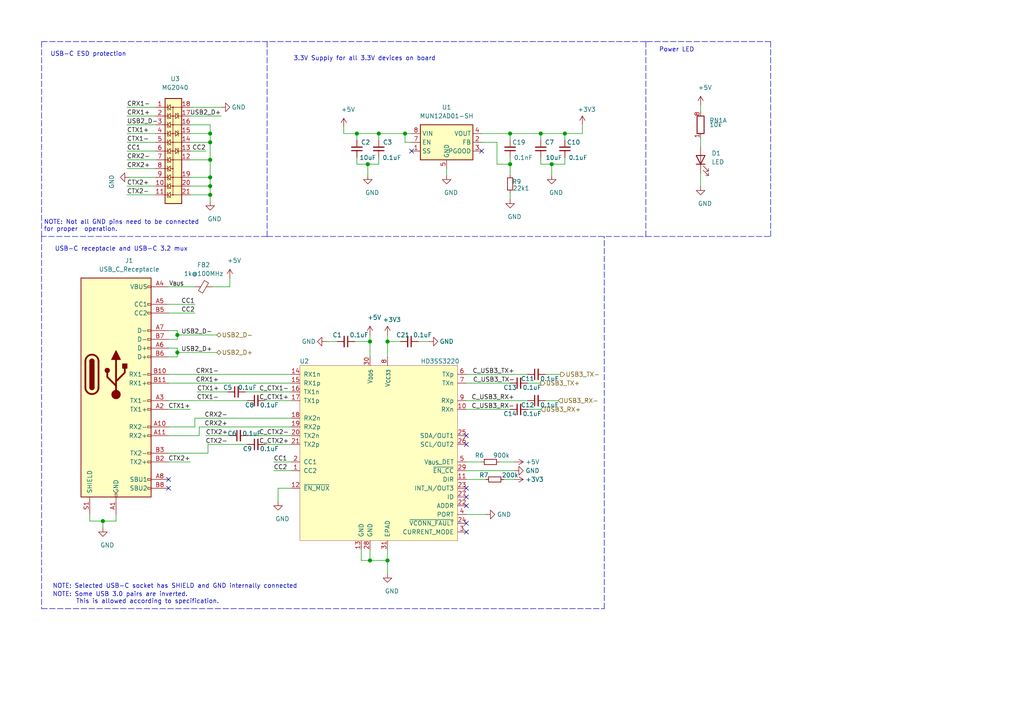
<source format=kicad_sch>
(kicad_sch (version 20201015) (generator eeschema)
  (page 1 6)
  (paper "A4")
  (lib_symbols
    (symbol "Connector:USB_C_Receptacle" (pin_names (offset 1.016))
      (property "Reference" "J" (at -10.16 29.21 0))
      (property "Value" "USB_C_Receptacle" (at 10.16 29.21 0))
      (symbol "USB_C_Receptacle_0_0"
        (rectangle (start -0.254 -35.56) (end 0.254 -34.544))
        (rectangle (start 10.16 -32.766) (end 9.144 -33.274))
        (rectangle (start 10.16 -30.226) (end 9.144 -30.734))
        (rectangle (start 10.16 -25.146) (end 9.144 -25.654))
        (rectangle (start 10.16 -22.606) (end 9.144 -23.114))
        (rectangle (start 10.16 -17.526) (end 9.144 -18.034))
        (rectangle (start 10.16 -14.986) (end 9.144 -15.494))
        (rectangle (start 10.16 -9.906) (end 9.144 -10.414))
        (rectangle (start 10.16 -7.366) (end 9.144 -7.874))
        (rectangle (start 10.16 -2.286) (end 9.144 -2.794))
        (rectangle (start 10.16 0.254) (end 9.144 -0.254))
        (rectangle (start 10.16 5.334) (end 9.144 4.826))
        (rectangle (start 10.16 7.874) (end 9.144 7.366))
        (rectangle (start 10.16 10.414) (end 9.144 9.906))
        (rectangle (start 10.16 12.954) (end 9.144 12.446))
        (rectangle (start 10.16 18.034) (end 9.144 17.526))
        (rectangle (start 10.16 20.574) (end 9.144 20.066))
        (rectangle (start 10.16 25.654) (end 9.144 25.146))
      )
      (symbol "USB_C_Receptacle_0_1"
        (arc (start -8.89 -3.81) (end -5.08 -3.81) (radius (at -6.985 -3.81) (length 1.905) (angles -179.9 -0.1)) (stroke (width 0.508)))
        (arc (start -7.62 -3.81) (end -6.35 -3.81) (radius (at -6.985 -3.81) (length 0.635) (angles -179.9 -0.1)) (stroke (width 0.254)))
        (arc (start -7.62 -3.81) (end -6.35 -3.81) (radius (at -6.985 -3.81) (length 0.635) (angles -179.9 -0.1)) (stroke (width 0.254)) (fill (type outline)))
        (arc (start -6.35 3.81) (end -7.62 3.81) (radius (at -6.985 3.81) (length 0.635) (angles 0.1 179.9)) (stroke (width 0.254)) (fill (type outline)))
        (arc (start -6.35 3.81) (end -7.62 3.81) (radius (at -6.985 3.81) (length 0.635) (angles 0.1 179.9)) (stroke (width 0.254)))
        (arc (start -5.08 3.81) (end -8.89 3.81) (radius (at -6.985 3.81) (length 1.905) (angles 0.1 179.9)) (stroke (width 0.508)))
        (rectangle (start -10.16 27.94) (end 10.16 -35.56) (stroke (width 0.254)) (fill (type background)))
        (rectangle (start -7.62 -3.81) (end -6.35 3.81) (stroke (width 0.254)) (fill (type outline)))
        (polyline (pts (xy -8.89 -3.81) (xy -8.89 3.81)) (stroke (width 0.508)))
        (polyline (pts (xy -5.08 3.81) (xy -5.08 -3.81)) (stroke (width 0.508)))
      )
      (symbol "USB_C_Receptacle_1_1"
        (circle (center -2.54 1.143) (radius 0.635) (stroke (width 0.254)) (fill (type outline)))
        (circle (center 0 -5.842) (radius 1.27) (fill (type outline)))
        (rectangle (start 1.905 1.778) (end 3.175 3.048) (stroke (width 0.254)) (fill (type outline)))
        (polyline (pts (xy 0 -5.842) (xy 0 4.318)) (stroke (width 0.508)))
        (polyline (pts (xy 0 -3.302) (xy -2.54 -0.762) (xy -2.54 0.508)) (stroke (width 0.508)))
        (polyline (pts (xy 0 -2.032) (xy 2.54 0.508) (xy 2.54 1.778)) (stroke (width 0.508)))
        (polyline (pts (xy -1.27 4.318) (xy 0 6.858) (xy 1.27 4.318) (xy -1.27 4.318)) (stroke (width 0.254)) (fill (type outline)))
        (pin passive line (at 0 -40.64 90) (length 5.08) (name "GND") (number "A1"))
        (pin bidirectional line (at 15.24 -15.24 180) (length 5.08) (name "RX2-") (number "A10"))
        (pin bidirectional line (at 15.24 -17.78 180) (length 5.08) (name "RX2+") (number "A11"))
        (pin passive line (at 0 -40.64 90) (length 5.08) hide (name "GND") (number "A12"))
        (pin bidirectional line (at 15.24 -10.16 180) (length 5.08) (name "TX1+") (number "A2"))
        (pin bidirectional line (at 15.24 -7.62 180) (length 5.08) (name "TX1-") (number "A3"))
        (pin passive line (at 15.24 25.4 180) (length 5.08) (name "VBUS") (number "A4"))
        (pin bidirectional line (at 15.24 20.32 180) (length 5.08) (name "CC1") (number "A5"))
        (pin bidirectional line (at 15.24 7.62 180) (length 5.08) (name "D+") (number "A6"))
        (pin bidirectional line (at 15.24 12.7 180) (length 5.08) (name "D-") (number "A7"))
        (pin bidirectional line (at 15.24 -30.48 180) (length 5.08) (name "SBU1") (number "A8"))
        (pin passive line (at 15.24 25.4 180) (length 5.08) hide (name "VBUS") (number "A9"))
        (pin passive line (at 0 -40.64 90) (length 5.08) hide (name "GND") (number "B1"))
        (pin bidirectional line (at 15.24 0 180) (length 5.08) (name "RX1-") (number "B10"))
        (pin bidirectional line (at 15.24 -2.54 180) (length 5.08) (name "RX1+") (number "B11"))
        (pin passive line (at 0 -40.64 90) (length 5.08) hide (name "GND") (number "B12"))
        (pin bidirectional line (at 15.24 -25.4 180) (length 5.08) (name "TX2+") (number "B2"))
        (pin bidirectional line (at 15.24 -22.86 180) (length 5.08) (name "TX2-") (number "B3"))
        (pin passive line (at 15.24 25.4 180) (length 5.08) hide (name "VBUS") (number "B4"))
        (pin bidirectional line (at 15.24 17.78 180) (length 5.08) (name "CC2") (number "B5"))
        (pin bidirectional line (at 15.24 5.08 180) (length 5.08) (name "D+") (number "B6"))
        (pin bidirectional line (at 15.24 10.16 180) (length 5.08) (name "D-") (number "B7"))
        (pin bidirectional line (at 15.24 -33.02 180) (length 5.08) (name "SBU2") (number "B8"))
        (pin passive line (at 15.24 25.4 180) (length 5.08) hide (name "VBUS") (number "B9"))
        (pin passive line (at -7.62 -40.64 90) (length 5.08) (name "SHIELD") (number "S1"))
      )
    )
    (symbol "Device:C_Small" (pin_numbers hide) (pin_names (offset 0.254) hide)
      (property "Reference" "C" (at 0.254 1.778 0))
      (property "Value" "C_Small" (at 0.254 -2.032 0))
      (symbol "C_Small_0_1"
        (polyline (pts (xy -1.524 -0.508) (xy 1.524 -0.508)) (stroke (width 0.3302)))
        (polyline (pts (xy -1.524 0.508) (xy 1.524 0.508)) (stroke (width 0.3048)))
      )
      (symbol "C_Small_1_1"
        (pin passive line (at 0 2.54 270) (length 2.032) (name "~") (number "1"))
        (pin passive line (at 0 -2.54 90) (length 2.032) (name "~") (number "2"))
      )
    )
    (symbol "Device:FerriteBead_Small" (pin_numbers hide) (pin_names (offset 0))
      (property "Reference" "FB" (at 1.905 1.27 0))
      (property "Value" "FerriteBead_Small" (at 1.905 -1.27 0))
      (symbol "FerriteBead_Small_0_1"
        (polyline (pts (xy 0 -1.27) (xy 0 -0.7874)))
        (polyline (pts (xy 0 0.889) (xy 0 1.2954)))
        (polyline (pts (xy -1.8288 0.2794) (xy -1.1176 1.4986) (xy 1.8288 -0.2032) (xy 1.1176 -1.4224) (xy -1.8288 0.2794)))
      )
      (symbol "FerriteBead_Small_1_1"
        (pin passive line (at 0 2.54 270) (length 1.27) (name "~") (number "1"))
        (pin passive line (at 0 -2.54 90) (length 1.27) (name "~") (number "2"))
      )
    )
    (symbol "Device:LED" (pin_numbers hide) (pin_names (offset 1.016) hide)
      (property "Reference" "D" (at 0 2.54 0))
      (property "Value" "LED" (at 0 -2.54 0))
      (symbol "LED_0_1"
        (polyline (pts (xy -1.27 -1.27) (xy -1.27 1.27)) (stroke (width 0.254)))
        (polyline (pts (xy -1.27 0) (xy 1.27 0)))
        (polyline (pts (xy 1.27 -1.27) (xy 1.27 1.27) (xy -1.27 0) (xy 1.27 -1.27)) (stroke (width 0.254)))
        (polyline (pts (xy -3.048 -0.762) (xy -4.572 -2.286) (xy -3.81 -2.286) (xy -4.572 -2.286) (xy -4.572 -1.524)))
        (polyline (pts (xy -1.778 -0.762) (xy -3.302 -2.286) (xy -2.54 -2.286) (xy -3.302 -2.286) (xy -3.302 -1.524)))
      )
      (symbol "LED_1_1"
        (pin passive line (at -3.81 0 0) (length 2.54) (name "K") (number "1"))
        (pin passive line (at 3.81 0 180) (length 2.54) (name "A") (number "2"))
      )
    )
    (symbol "Device:R_Pack04_Split" (pin_names (offset 0) hide)
      (property "Reference" "RN" (at 2.032 0 90))
      (property "Value" "R_Pack04_Split" (at 0 0 90))
      (symbol "R_Pack04_Split_0_1"
        (rectangle (start 1.016 2.54) (end -1.016 -2.54) (stroke (width 0.254)))
      )
      (symbol "R_Pack04_Split_1_1"
        (pin passive line (at 0 -3.81 90) (length 1.27) (name "R1.1") (number "1"))
        (pin passive line (at 0 3.81 270) (length 1.27) (name "R1.2") (number "8"))
      )
      (symbol "R_Pack04_Split_2_1"
        (pin passive line (at 0 -3.81 90) (length 1.27) (name "R2.1") (number "2"))
        (pin passive line (at 0 3.81 270) (length 1.27) (name "R2.2") (number "7"))
      )
      (symbol "R_Pack04_Split_3_1"
        (pin passive line (at 0 -3.81 90) (length 1.27) (name "R3.1") (number "3"))
        (pin passive line (at 0 3.81 270) (length 1.27) (name "R3.2") (number "6"))
      )
      (symbol "R_Pack04_Split_4_1"
        (pin passive line (at 0 -3.81 90) (length 1.27) (name "R4.1") (number "4"))
        (pin passive line (at 0 3.81 270) (length 1.27) (name "R4.2") (number "5"))
      )
    )
    (symbol "Device:R_Small" (pin_numbers hide) (pin_names (offset 0.254) hide)
      (property "Reference" "R" (at 0.762 0.508 0))
      (property "Value" "R_Small" (at 0.762 -1.016 0))
      (symbol "R_Small_0_1"
        (rectangle (start -0.762 1.778) (end 0.762 -1.778) (stroke (width 0.2032)))
      )
      (symbol "R_Small_1_1"
        (pin passive line (at 0 2.54 270) (length 0.762) (name "~") (number "1"))
        (pin passive line (at 0 -2.54 90) (length 0.762) (name "~") (number "2"))
      )
    )
    (symbol "Regulator_Switching:MUN12AD01-SH"
      (property "Reference" "U" (at 0 8.89 0))
      (property "Value" "MUN12AD01-SH" (at 0 6.35 0))
      (symbol "MUN12AD01-SH_0_1"
        (rectangle (start -7.62 5.08) (end 7.62 -5.08) (stroke (width 0.254)) (fill (type background)))
      )
      (symbol "MUN12AD01-SH_1_1"
        (pin input line (at -10.16 -2.54 0) (length 2.54) (name "SS") (number "1"))
        (pin input line (at 10.16 0 180) (length 2.54) (name "FB") (number "2"))
        (pin open_collector line (at 10.16 -2.54 180) (length 2.54) (name "PGOOD") (number "3"))
        (pin power_out line (at 10.16 2.54 180) (length 2.54) (name "VOUT") (number "4"))
        (pin power_in line (at 0 -7.62 90) (length 2.54) (name "GND") (number "5"))
        (pin unconnected line (at -2.54 -5.08 90) (length 2.54) hide (name "NC") (number "6"))
        (pin input line (at -10.16 0 0) (length 2.54) (name "EN") (number "7"))
        (pin power_in line (at -10.16 2.54 0) (length 2.54) (name "VIN") (number "8"))
        (pin passive line (at 0 -7.62 90) (length 2.54) hide (name "GND") (number "9"))
      )
    )
    (symbol "custom:HD3SS3220" (pin_names (offset 1.016))
      (property "Reference" "U" (at -22.86 27.94 0))
      (property "Value" "HD3SS3220" (at 12.7 27.94 0))
      (symbol "HD3SS3220_0_0"
        (pin bidirectional line (at -25.4 -5.08 0) (length 2.54) (name "CC2") (number "1"))
        (pin bidirectional line (at -25.4 -2.54 0) (length 2.54) (name "CC1") (number "2"))
        (pin input line (at 25.4 -22.86 180) (length 2.54) (name "CURRENT_MODE") (number "3"))
        (pin input line (at 25.4 -17.78 180) (length 2.54) (name "PORT") (number "4"))
        (pin output line (at 25.4 -2.54 180) (length 2.54) (name "V_{BUS}_DET") (number "5"))
        (pin output line (at 25.4 22.86 180) (length 2.54) (name "TXp") (number "6"))
        (pin input line (at 25.4 20.32 180) (length 2.54) (name "TXn") (number "7"))
        (pin power_in line (at 2.54 27.94 270) (length 2.54) (name "V_{CC33}") (number "8"))
        (pin input line (at 25.4 15.24 180) (length 2.54) (name "RXp") (number "9"))
        (pin input line (at 25.4 12.7 180) (length 2.54) (name "RXn") (number "10"))
        (pin output line (at 25.4 -7.62 180) (length 2.54) (name "DIR") (number "11"))
        (pin input line (at -25.4 -10.16 0) (length 2.54) (name "~EN_MUX") (number "12"))
        (pin power_in line (at -5.08 -27.94 90) (length 2.54) (name "GND") (number "13"))
        (pin input line (at -25.4 22.86 0) (length 2.54) (name "RX1n") (number "14"))
        (pin input line (at -25.4 20.32 0) (length 2.54) (name "RX1p") (number "15"))
        (pin output line (at -25.4 17.78 0) (length 2.54) (name "TX1n") (number "16"))
        (pin output line (at -25.4 15.24 0) (length 2.54) (name "TX1p") (number "17"))
        (pin input line (at -25.4 10.16 0) (length 2.54) (name "RX2n") (number "18"))
        (pin input line (at -25.4 7.62 0) (length 2.54) (name "RX2p") (number "19"))
        (pin output line (at -25.4 5.08 0) (length 2.54) (name "TX2n") (number "20"))
        (pin output line (at -25.4 2.54 0) (length 2.54) (name "TX2p") (number "21"))
        (pin input line (at 25.4 -15.24 180) (length 2.54) (name "ADDR") (number "22"))
        (pin output line (at 25.4 -10.16 180) (length 2.54) (name "INT_N/OUT3") (number "23"))
        (pin output line (at 25.4 -20.32 180) (length 2.54) (name "~VCONN_FAULT") (number "24"))
        (pin bidirectional line (at 25.4 5.08 180) (length 2.54) (name "SDA/OUT1") (number "25"))
        (pin bidirectional line (at 25.4 2.54 180) (length 2.54) (name "SCL/OUT2") (number "26"))
        (pin output line (at 25.4 -12.7 180) (length 2.54) (name "ID") (number "27"))
        (pin power_in line (at -2.54 -27.94 90) (length 2.54) (name "GND") (number "28"))
        (pin input line (at 25.4 -5.08 180) (length 2.54) (name "~EN_CC") (number "29"))
        (pin power_in line (at -2.54 27.94 270) (length 2.54) (name "V_{DD5}") (number "30"))
        (pin power_in line (at 2.54 -27.94 90) (length 2.54) (name "EPAD") (number "31"))
      )
      (symbol "HD3SS3220_0_1"
        (rectangle (start -22.86 25.4) (end 22.86 -25.4) (stroke (width 0.001)) (fill (type background)))
      )
    )
    (symbol "custom:MG2040"
      (property "Reference" "U" (at -6.985 -2.54 0))
      (property "Value" "MG2040" (at 26.67 1.27 90))
      (symbol "MG2040_0_1"
        (circle (center 5.08 0) (radius 0.127))
        (rectangle (start -5.08 2.54) (end 25.4 -2.286) (stroke (width 0.254)) (fill (type background)))
        (polyline (pts (xy -2.54 0) (xy 22.86 0)))
        (polyline (pts (xy 5.08 -1.524) (xy 5.08 -2.54)))
        (polyline (pts (xy 5.08 0.762) (xy 5.08 -0.762)))
        (polyline (pts (xy 4.318 -1.524) (xy 5.842 -1.524) (xy 5.842 -1.27)))
        (polyline (pts (xy 5.842 -0.762) (xy 4.318 -0.762) (xy 5.08 -1.524) (xy 5.842 -0.762)))
      )
      (symbol "MG2040_1_1"
        (circle (center -2.54 0) (radius 0.127))
        (circle (center 0 0) (radius 0.127))
        (circle (center 2.54 0) (radius 0.127))
        (circle (center 7.62 0) (radius 0.127))
        (circle (center 10.16 0) (radius 0.127))
        (circle (center 12.7 0) (radius 0.127))
        (circle (center 15.24 0) (radius 0.127))
        (circle (center 17.78 0) (radius 0.127))
        (circle (center 20.32 0) (radius 0.127))
        (circle (center 22.86 0) (radius 0.127))
        (polyline (pts (xy -2.54 -1.524) (xy -2.54 -2.54)))
        (polyline (pts (xy -2.54 2.54) (xy -2.54 -0.762)))
        (polyline (pts (xy 0 -1.524) (xy 0 -2.54)))
        (polyline (pts (xy 0 0.762) (xy 0 -0.762)))
        (polyline (pts (xy 0 1.524) (xy 0 2.54)))
        (polyline (pts (xy 2.54 -1.524) (xy 2.54 -2.54)))
        (polyline (pts (xy 2.54 2.54) (xy 2.54 -0.762)))
        (polyline (pts (xy 5.08 1.524) (xy 5.08 2.54)))
        (polyline (pts (xy 7.62 -1.524) (xy 7.62 -2.54)))
        (polyline (pts (xy 7.62 2.54) (xy 7.62 -0.762)))
        (polyline (pts (xy 10.16 -1.524) (xy 10.16 -2.54)))
        (polyline (pts (xy 10.16 0.762) (xy 10.16 -0.762)))
        (polyline (pts (xy 10.16 1.524) (xy 10.16 2.54)))
        (polyline (pts (xy 12.7 -1.524) (xy 12.7 -2.54)))
        (polyline (pts (xy 12.7 2.54) (xy 12.7 -0.762)))
        (polyline (pts (xy 15.24 -1.524) (xy 15.24 -2.54)))
        (polyline (pts (xy 15.24 0) (xy 15.24 -0.762)))
        (polyline (pts (xy 17.78 -1.524) (xy 17.78 -2.54)))
        (polyline (pts (xy 17.78 2.54) (xy 17.78 -0.762)))
        (polyline (pts (xy 20.32 -1.524) (xy 20.32 -2.54)))
        (polyline (pts (xy 20.32 2.54) (xy 20.32 -0.762)))
        (polyline (pts (xy 22.86 -1.524) (xy 22.86 -2.54)))
        (polyline (pts (xy 22.86 2.54) (xy 22.86 -0.762)))
        (polyline (pts (xy -3.302 -1.524) (xy -1.778 -1.524) (xy -1.778 -1.27)))
        (polyline (pts (xy -0.762 -1.524) (xy 0.762 -1.524) (xy 0.762 -1.27)))
        (polyline (pts (xy 0.762 1.524) (xy -0.762 1.524) (xy -0.762 1.27)))
        (polyline (pts (xy 1.778 -1.524) (xy 3.302 -1.524) (xy 3.302 -1.27)))
        (polyline (pts (xy 5.842 1.524) (xy 4.318 1.524) (xy 4.318 1.27)))
        (polyline (pts (xy 6.858 -1.524) (xy 8.382 -1.524) (xy 8.382 -1.27)))
        (polyline (pts (xy 9.398 -1.524) (xy 10.922 -1.524) (xy 10.922 -1.27)))
        (polyline (pts (xy 10.922 1.524) (xy 9.398 1.524) (xy 9.398 1.27)))
        (polyline (pts (xy 11.938 -1.524) (xy 13.462 -1.524) (xy 13.462 -1.27)))
        (polyline (pts (xy 14.478 -1.524) (xy 16.002 -1.524) (xy 16.002 -1.27)))
        (polyline (pts (xy 17.018 -1.524) (xy 18.542 -1.524) (xy 18.542 -1.27)))
        (polyline (pts (xy 19.558 -1.524) (xy 21.082 -1.524) (xy 21.082 -1.27)))
        (polyline (pts (xy 22.098 -1.524) (xy 23.622 -1.524) (xy 23.622 -1.27)))
        (polyline (pts (xy -1.778 -0.762) (xy -3.302 -0.762) (xy -2.54 -1.524) (xy -1.778 -0.762)))
        (polyline (pts (xy -0.762 0.762) (xy 0.762 0.762) (xy 0 1.524) (xy -0.762 0.762)))
        (polyline (pts (xy 0.762 -0.762) (xy -0.762 -0.762) (xy 0 -1.524) (xy 0.762 -0.762)))
        (polyline (pts (xy 3.302 -0.762) (xy 1.778 -0.762) (xy 2.54 -1.524) (xy 3.302 -0.762)))
        (polyline (pts (xy 4.318 0.762) (xy 5.842 0.762) (xy 5.08 1.524) (xy 4.318 0.762)))
        (polyline (pts (xy 8.382 -0.762) (xy 6.858 -0.762) (xy 7.62 -1.524) (xy 8.382 -0.762)))
        (polyline (pts (xy 9.398 0.762) (xy 10.922 0.762) (xy 10.16 1.524) (xy 9.398 0.762)))
        (polyline (pts (xy 10.922 -0.762) (xy 9.398 -0.762) (xy 10.16 -1.524) (xy 10.922 -0.762)))
        (polyline (pts (xy 13.462 -0.762) (xy 11.938 -0.762) (xy 12.7 -1.524) (xy 13.462 -0.762)))
        (polyline (pts (xy 16.002 -0.762) (xy 14.478 -0.762) (xy 15.24 -1.524) (xy 16.002 -0.762)))
        (polyline (pts (xy 18.542 -0.762) (xy 17.018 -0.762) (xy 17.78 -1.524) (xy 18.542 -0.762)))
        (polyline (pts (xy 21.082 -0.762) (xy 19.558 -0.762) (xy 20.32 -1.524) (xy 21.082 -0.762)))
        (polyline (pts (xy 23.622 -0.762) (xy 22.098 -0.762) (xy 22.86 -1.524) (xy 23.622 -0.762)))
        (pin passive line (at -2.54 -5.08 90) (length 2.54) (name "~") (number "1"))
        (pin passive line (at 20.32 -5.08 90) (length 2.54) (name "~") (number "10"))
        (pin passive line (at 22.86 -5.08 90) (length 2.54) (name "~") (number "11"))
        (pin passive line (at 12.7 5.08 270) (length 2.54) (name "~") (number "12"))
        (pin passive line (at 10.16 5.08 270) (length 2.54) (name "~") (number "13"))
        (pin passive line (at 7.62 5.08 270) (length 2.54) (name "~") (number "14"))
        (pin passive line (at 5.08 5.08 270) (length 2.54) (name "~") (number "15"))
        (pin passive line (at 2.54 5.08 270) (length 2.54) (name "~") (number "16"))
        (pin passive line (at 0 5.08 270) (length 2.54) (name "~") (number "17"))
        (pin passive line (at -2.54 5.08 270) (length 2.54) (name "~") (number "18"))
        (pin passive line (at 17.78 5.08 270) (length 2.54) (name "~") (number "19"))
        (pin passive line (at 0 -5.08 90) (length 2.54) (name "~") (number "2"))
        (pin passive line (at 20.32 5.08 270) (length 2.54) (name "~") (number "20"))
        (pin passive line (at 22.86 5.08 270) (length 2.54) (name "~") (number "21"))
        (pin passive line (at 2.54 -5.08 90) (length 2.54) (name "~") (number "3"))
        (pin passive line (at 5.08 -5.08 90) (length 2.54) (name "~") (number "4"))
        (pin passive line (at 7.62 -5.08 90) (length 2.54) (name "~") (number "5"))
        (pin passive line (at 10.16 -5.08 90) (length 2.54) (name "~") (number "6"))
        (pin passive line (at 12.7 -5.08 90) (length 2.54) (name "~") (number "7"))
        (pin passive line (at 15.24 -5.08 90) (length 2.54) (name "~") (number "8"))
        (pin passive line (at 17.78 -5.08 90) (length 2.54) (name "~") (number "9"))
      )
    )
    (symbol "power:+3V3" (power) (pin_names (offset 0))
      (property "Value" "+3V3" (at 0 3.556 0))
      (symbol "+3V3_0_1"
        (polyline (pts (xy -0.762 1.27) (xy 0 2.54)))
        (polyline (pts (xy 0 0) (xy 0 2.54)))
        (polyline (pts (xy 0 2.54) (xy 0.762 1.27)))
      )
      (symbol "+3V3_1_1"
        (pin power_in line (at 0 0 90) (length 0) hide (name "+3V3") (number "1"))
      )
    )
    (symbol "power:+5V" (power) (pin_names (offset 0))
      (property "Value" "+5V" (at 0 3.556 0))
      (symbol "+5V_0_1"
        (polyline (pts (xy -0.762 1.27) (xy 0 2.54)))
        (polyline (pts (xy 0 0) (xy 0 2.54)))
        (polyline (pts (xy 0 2.54) (xy 0.762 1.27)))
      )
      (symbol "+5V_1_1"
        (pin power_in line (at 0 0 90) (length 0) hide (name "+5V") (number "1"))
      )
    )
    (symbol "power:GND" (power) (pin_names (offset 0))
      (property "Value" "GND" (at 0 -3.81 0))
      (symbol "GND_0_1"
        (polyline (pts (xy 0 0) (xy 0 -1.27) (xy 1.27 -1.27) (xy 0 -2.54) (xy -1.27 -1.27) (xy 0 -1.27)))
      )
      (symbol "GND_1_1"
        (pin power_in line (at 0 0 270) (length 0) hide (name "GND") (number "1"))
      )
    )
  )
  (junction (at 29.845 151.13) (diameter 1.016))
  (junction (at 51.435 97.155) (diameter 1.016))
  (junction (at 51.435 102.235) (diameter 1.016))
  (junction (at 60.96 38.735) (diameter 1.016))
  (junction (at 60.96 41.275) (diameter 1.016))
  (junction (at 60.96 46.355) (diameter 1.016))
  (junction (at 60.96 51.435) (diameter 1.016))
  (junction (at 60.96 53.975) (diameter 1.016))
  (junction (at 60.96 56.515) (diameter 1.016))
  (junction (at 103.505 38.735) (diameter 1.016))
  (junction (at 106.68 47.625) (diameter 1.016))
  (junction (at 107.315 99.06) (diameter 1.016))
  (junction (at 107.315 162.56) (diameter 1.016))
  (junction (at 109.855 38.735) (diameter 1.016))
  (junction (at 112.395 99.06) (diameter 1.016))
  (junction (at 112.395 162.56) (diameter 1.016))
  (junction (at 117.475 38.735) (diameter 1.016))
  (junction (at 147.955 38.735) (diameter 1.016))
  (junction (at 147.955 47.625) (diameter 1.016))
  (junction (at 156.845 38.735) (diameter 1.016))
  (junction (at 160.02 47.625) (diameter 1.016))
  (junction (at 163.83 38.735) (diameter 1.016))
  (no_connect (at 135.255 154.305))
  (no_connect (at 135.255 144.145))
  (no_connect (at 135.255 151.765))
  (no_connect (at 135.255 128.905))
  (no_connect (at 48.895 141.605))
  (no_connect (at 135.255 141.605))
  (no_connect (at 135.255 146.685))
  (no_connect (at 119.38 43.815))
  (no_connect (at 48.895 139.065))
  (no_connect (at 135.255 126.365))
  (no_connect (at 139.7 43.815))
  (wire (pts (xy 26.035 151.13) (xy 26.035 149.225)))
  (wire (pts (xy 29.845 151.13) (xy 26.035 151.13)))
  (wire (pts (xy 29.845 151.13) (xy 29.845 153.035)))
  (wire (pts (xy 33.655 149.225) (xy 33.655 151.13)))
  (wire (pts (xy 33.655 151.13) (xy 29.845 151.13)))
  (wire (pts (xy 36.83 31.115) (xy 45.085 31.115)))
  (wire (pts (xy 36.83 33.655) (xy 45.085 33.655)))
  (wire (pts (xy 36.83 36.195) (xy 45.085 36.195)))
  (wire (pts (xy 36.83 38.735) (xy 45.085 38.735)))
  (wire (pts (xy 36.83 41.275) (xy 45.085 41.275)))
  (wire (pts (xy 36.83 43.815) (xy 45.085 43.815)))
  (wire (pts (xy 36.83 46.355) (xy 45.085 46.355)))
  (wire (pts (xy 36.83 48.895) (xy 45.085 48.895)))
  (wire (pts (xy 36.83 53.975) (xy 45.085 53.975)))
  (wire (pts (xy 36.83 56.515) (xy 45.085 56.515)))
  (wire (pts (xy 37.465 51.435) (xy 45.085 51.435)))
  (wire (pts (xy 48.895 83.185) (xy 56.515 83.185)))
  (wire (pts (xy 48.895 88.265) (xy 56.515 88.265)))
  (wire (pts (xy 48.895 90.805) (xy 56.515 90.805)))
  (wire (pts (xy 48.895 95.885) (xy 51.435 95.885)))
  (wire (pts (xy 48.895 98.425) (xy 51.435 98.425)))
  (wire (pts (xy 48.895 100.965) (xy 51.435 100.965)))
  (wire (pts (xy 48.895 108.585) (xy 84.455 108.585)))
  (wire (pts (xy 48.895 111.125) (xy 84.455 111.125)))
  (wire (pts (xy 48.895 116.205) (xy 71.755 116.205)))
  (wire (pts (xy 48.895 118.745) (xy 55.245 118.745)))
  (wire (pts (xy 48.895 123.825) (xy 56.515 123.825)))
  (wire (pts (xy 48.895 126.365) (xy 57.785 126.365)))
  (wire (pts (xy 48.895 133.985) (xy 55.245 133.985)))
  (wire (pts (xy 51.435 95.885) (xy 51.435 97.155)))
  (wire (pts (xy 51.435 97.155) (xy 51.435 98.425)))
  (wire (pts (xy 51.435 97.155) (xy 62.865 97.155)))
  (wire (pts (xy 51.435 100.965) (xy 51.435 102.235)))
  (wire (pts (xy 51.435 102.235) (xy 51.435 103.505)))
  (wire (pts (xy 51.435 102.235) (xy 62.865 102.235)))
  (wire (pts (xy 51.435 103.505) (xy 48.895 103.505)))
  (wire (pts (xy 55.245 31.115) (xy 64.135 31.115)))
  (wire (pts (xy 55.245 33.655) (xy 64.135 33.655)))
  (wire (pts (xy 55.245 36.195) (xy 60.96 36.195)))
  (wire (pts (xy 55.245 38.735) (xy 60.96 38.735)))
  (wire (pts (xy 55.245 41.275) (xy 60.96 41.275)))
  (wire (pts (xy 55.245 43.815) (xy 59.69 43.815)))
  (wire (pts (xy 55.245 46.355) (xy 60.96 46.355)))
  (wire (pts (xy 55.245 51.435) (xy 60.96 51.435)))
  (wire (pts (xy 55.245 53.975) (xy 60.96 53.975)))
  (wire (pts (xy 55.245 56.515) (xy 60.96 56.515)))
  (wire (pts (xy 56.515 121.285) (xy 84.455 121.285)))
  (wire (pts (xy 56.515 123.825) (xy 56.515 121.285)))
  (wire (pts (xy 57.15 113.665) (xy 66.04 113.665)))
  (wire (pts (xy 57.785 123.825) (xy 84.455 123.825)))
  (wire (pts (xy 57.785 126.365) (xy 57.785 123.825)))
  (wire (pts (xy 59.69 126.365) (xy 66.675 126.365)))
  (wire (pts (xy 60.325 128.905) (xy 60.325 131.445)))
  (wire (pts (xy 60.325 128.905) (xy 71.755 128.905)))
  (wire (pts (xy 60.325 131.445) (xy 48.895 131.445)))
  (wire (pts (xy 60.96 36.195) (xy 60.96 38.735)))
  (wire (pts (xy 60.96 38.735) (xy 60.96 41.275)))
  (wire (pts (xy 60.96 41.275) (xy 60.96 46.355)))
  (wire (pts (xy 60.96 46.355) (xy 60.96 51.435)))
  (wire (pts (xy 60.96 51.435) (xy 60.96 53.975)))
  (wire (pts (xy 60.96 53.975) (xy 60.96 56.515)))
  (wire (pts (xy 60.96 56.515) (xy 60.96 58.42)))
  (wire (pts (xy 66.675 80.645) (xy 66.675 83.185)))
  (wire (pts (xy 66.675 83.185) (xy 61.595 83.185)))
  (wire (pts (xy 71.12 113.665) (xy 84.455 113.665)))
  (wire (pts (xy 71.755 126.365) (xy 84.455 126.365)))
  (wire (pts (xy 76.835 116.205) (xy 84.455 116.205)))
  (wire (pts (xy 76.835 128.905) (xy 84.455 128.905)))
  (wire (pts (xy 79.375 133.985) (xy 84.455 133.985)))
  (wire (pts (xy 79.375 136.525) (xy 84.455 136.525)))
  (wire (pts (xy 80.645 141.605) (xy 80.645 145.415)))
  (wire (pts (xy 84.455 141.605) (xy 80.645 141.605)))
  (wire (pts (xy 94.615 99.06) (xy 97.79 99.06)))
  (wire (pts (xy 99.695 38.735) (xy 99.695 36.83)))
  (wire (pts (xy 99.695 38.735) (xy 103.505 38.735)))
  (wire (pts (xy 102.87 99.06) (xy 107.315 99.06)))
  (wire (pts (xy 103.505 38.735) (xy 103.505 40.64)))
  (wire (pts (xy 103.505 38.735) (xy 109.855 38.735)))
  (wire (pts (xy 103.505 47.625) (xy 103.505 45.72)))
  (wire (pts (xy 103.505 47.625) (xy 106.68 47.625)))
  (wire (pts (xy 104.775 159.385) (xy 104.775 162.56)))
  (wire (pts (xy 104.775 162.56) (xy 107.315 162.56)))
  (wire (pts (xy 106.68 47.625) (xy 106.68 50.8)))
  (wire (pts (xy 107.315 97.155) (xy 107.315 99.06)))
  (wire (pts (xy 107.315 99.06) (xy 107.315 103.505)))
  (wire (pts (xy 107.315 159.385) (xy 107.315 162.56)))
  (wire (pts (xy 107.315 162.56) (xy 112.395 162.56)))
  (wire (pts (xy 109.855 38.735) (xy 109.855 40.64)))
  (wire (pts (xy 109.855 38.735) (xy 117.475 38.735)))
  (wire (pts (xy 109.855 45.72) (xy 109.855 47.625)))
  (wire (pts (xy 109.855 47.625) (xy 106.68 47.625)))
  (wire (pts (xy 112.395 97.155) (xy 112.395 99.06)))
  (wire (pts (xy 112.395 99.06) (xy 112.395 103.505)))
  (wire (pts (xy 112.395 99.06) (xy 116.205 99.06)))
  (wire (pts (xy 112.395 159.385) (xy 112.395 162.56)))
  (wire (pts (xy 112.395 162.56) (xy 112.395 166.37)))
  (wire (pts (xy 117.475 38.735) (xy 119.38 38.735)))
  (wire (pts (xy 117.475 41.275) (xy 117.475 38.735)))
  (wire (pts (xy 119.38 41.275) (xy 117.475 41.275)))
  (wire (pts (xy 121.285 99.06) (xy 124.46 99.06)))
  (wire (pts (xy 129.54 48.895) (xy 129.54 50.8)))
  (wire (pts (xy 135.255 108.585) (xy 153.035 108.585)))
  (wire (pts (xy 135.255 111.125) (xy 147.955 111.125)))
  (wire (pts (xy 135.255 116.205) (xy 153.035 116.205)))
  (wire (pts (xy 135.255 118.745) (xy 147.955 118.745)))
  (wire (pts (xy 135.255 133.985) (xy 139.7 133.985)))
  (wire (pts (xy 135.255 136.525) (xy 149.225 136.525)))
  (wire (pts (xy 135.255 139.065) (xy 140.97 139.065)))
  (wire (pts (xy 135.255 149.225) (xy 140.97 149.225)))
  (wire (pts (xy 139.7 38.735) (xy 147.955 38.735)))
  (wire (pts (xy 139.7 41.275) (xy 144.145 41.275)))
  (wire (pts (xy 144.145 41.275) (xy 144.145 47.625)))
  (wire (pts (xy 144.145 47.625) (xy 147.955 47.625)))
  (wire (pts (xy 144.78 133.985) (xy 149.225 133.985)))
  (wire (pts (xy 146.05 139.065) (xy 149.225 139.065)))
  (wire (pts (xy 147.955 38.735) (xy 147.955 40.64)))
  (wire (pts (xy 147.955 38.735) (xy 156.845 38.735)))
  (wire (pts (xy 147.955 47.625) (xy 147.955 45.72)))
  (wire (pts (xy 147.955 47.625) (xy 147.955 50.8)))
  (wire (pts (xy 147.955 55.88) (xy 147.955 57.785)))
  (wire (pts (xy 153.035 111.125) (xy 156.845 111.125)))
  (wire (pts (xy 153.035 118.745) (xy 156.845 118.745)))
  (wire (pts (xy 156.845 38.735) (xy 156.845 40.64)))
  (wire (pts (xy 156.845 38.735) (xy 163.83 38.735)))
  (wire (pts (xy 156.845 47.625) (xy 156.845 45.72)))
  (wire (pts (xy 158.115 108.585) (xy 162.56 108.585)))
  (wire (pts (xy 158.115 116.205) (xy 161.925 116.205)))
  (wire (pts (xy 160.02 47.625) (xy 156.845 47.625)))
  (wire (pts (xy 160.02 47.625) (xy 160.02 50.8)))
  (wire (pts (xy 163.83 38.735) (xy 163.83 40.64)))
  (wire (pts (xy 163.83 45.72) (xy 163.83 47.625)))
  (wire (pts (xy 163.83 47.625) (xy 160.02 47.625)))
  (wire (pts (xy 168.91 36.195) (xy 168.91 38.735)))
  (wire (pts (xy 168.91 38.735) (xy 163.83 38.735)))
  (wire (pts (xy 203.2 30.48) (xy 203.2 32.385)))
  (wire (pts (xy 203.2 40.005) (xy 203.2 42.545)))
  (wire (pts (xy 203.2 50.165) (xy 203.2 53.975)))
  (polyline (pts (xy 12.065 12.065) (xy 12.065 68.58)) (stroke (width 0) (type dash)))
  (polyline (pts (xy 12.065 12.065) (xy 77.47 12.065)) (stroke (width 0) (type dash)))
  (polyline (pts (xy 12.065 68.58) (xy 12.065 176.53)) (stroke (width 0) (type dash)))
  (polyline (pts (xy 12.065 176.53) (xy 175.26 176.53)) (stroke (width 0) (type dash)))
  (polyline (pts (xy 77.47 12.065) (xy 77.47 68.58)) (stroke (width 0) (type dash)))
  (polyline (pts (xy 77.47 68.58) (xy 12.065 68.58)) (stroke (width 0) (type dash)))
  (polyline (pts (xy 77.47 68.58) (xy 187.325 68.58)) (stroke (width 0) (type dash)))
  (polyline (pts (xy 175.26 176.53) (xy 175.26 68.58)) (stroke (width 0) (type dash)))
  (polyline (pts (xy 187.325 12.065) (xy 77.47 12.065)) (stroke (width 0) (type dash)))
  (polyline (pts (xy 187.325 68.58) (xy 187.325 12.065)) (stroke (width 0) (type dash)))
  (polyline (pts (xy 187.325 68.58) (xy 223.52 68.58)) (stroke (width 0) (type dash)))
  (polyline (pts (xy 223.52 12.065) (xy 187.325 12.065)) (stroke (width 0) (type dash)))
  (polyline (pts (xy 223.52 68.58) (xy 223.52 12.065)) (stroke (width 0) (type dash)))
  (text "NOTE: Not all GND pins need to be connected\nfor proper  operation." (at 12.7 67.31 0) (effects (font (size 1.27 1.27)) (justify left bottom)))
  (text "USB-C ESD protection" (at 14.605 16.51 0) (effects (font (size 1.27 1.27)) (justify left bottom)))
  (text "NOTE: Selected USB-C socket has SHIELD and GND internally connected" (at 15.24 170.815 0) (effects (font (size 1.27 1.27)) (justify left bottom)))
  (text "NOTE: Some USB 3.0 pairs are inverted. \n       This is allowed according to specification." (at 15.24 175.26 0) (effects (font (size 1.27 1.27)) (justify left bottom)))
  (text "USB-C receptacle and USB-C 3.2 mux" (at 15.875 73.025 0) (effects (font (size 1.27 1.27)) (justify left bottom)))
  (text "3.3V Supply for all 3.3V devices on board" (at 85.09 17.78 0) (effects (font (size 1.27 1.27)) (justify left bottom)))
  (text "Power LED" (at 191.135 15.24 0) (effects (font (size 1.27 1.27)) (justify left bottom)))
  (label "CRX1-" (at 36.83 31.115 0))
  (label "CRX1+" (at 36.83 33.655 0))
  (label "USB2_D-" (at 36.83 36.195 0))
  (label "CTX1+" (at 36.83 38.735 0))
  (label "CTX1-" (at 36.83 41.275 0))
  (label "CC1" (at 36.83 43.815 0))
  (label "CRX2-" (at 36.83 46.355 0))
  (label "CRX2+" (at 36.83 48.895 0))
  (label "CTX2+" (at 36.83 53.975 0))
  (label "CTX2-" (at 36.83 56.515 0))
  (label "V_{BUS}" (at 53.34 83.185 180))
  (label "CTX1+" (at 55.245 118.745 180))
  (label "CTX2+" (at 55.245 133.985 180))
  (label "CC1" (at 56.515 88.265 180))
  (label "CC2" (at 56.515 90.805 180))
  (label "CTX1+" (at 57.15 113.665 0))
  (label "CC2" (at 59.69 43.815 180))
  (label "CTX2+" (at 59.69 126.365 0))
  (label "USB2_D-" (at 61.595 97.155 180))
  (label "USB2_D+" (at 61.595 102.235 180))
  (label "CRX1-" (at 63.5 108.585 180))
  (label "CRX1+" (at 63.5 111.125 180))
  (label "CTX1-" (at 63.5 116.205 180))
  (label "USB2_D+" (at 64.135 33.655 180))
  (label "CRX2-" (at 66.04 121.285 180))
  (label "CRX2+" (at 66.04 123.825 180))
  (label "CTX2-" (at 66.04 128.905 180))
  (label "CC1" (at 79.375 133.985 0))
  (label "CC2" (at 79.375 136.525 0))
  (label "C_CTX1-" (at 83.82 113.665 180))
  (label "C_CTX1+" (at 83.82 116.205 180))
  (label "C_CTX2-" (at 83.82 126.365 180))
  (label "C_CTX2+" (at 83.82 128.905 180))
  (label "C_USB3_TX-" (at 137.16 111.125 0))
  (label "C_USB3_TX+" (at 149.225 108.585 180))
  (label "C_USB3_RX+" (at 149.225 116.205 180))
  (label "C_USB3_RX-" (at 149.225 118.745 180))
  (hierarchical_label "USB2_D-" (shape bidirectional) (at 62.865 97.155 0))
  (hierarchical_label "USB2_D+" (shape bidirectional) (at 62.865 102.235 0))
  (hierarchical_label "USB3_TX+" (shape output) (at 156.845 111.125 0))
  (hierarchical_label "USB3_RX+" (shape input) (at 156.845 118.745 0))
  (hierarchical_label "USB3_RX-" (shape input) (at 161.925 116.205 0))
  (hierarchical_label "USB3_TX-" (shape output) (at 162.56 108.585 0))
  (symbol (lib_id "power:+5V") (at 66.675 80.645 0) (unit 1)
    (property "Reference" "#PWR0115" (effects hide))
    (property "Value" "+5V" (at 67.945 75.565 0))
  )
  (symbol (lib_id "power:+5V") (at 99.695 36.83 0) (unit 1)
    (property "Reference" "#PWR0119" (effects hide))
    (property "Value" "+5V" (at 100.965 31.75 0))
  )
  (symbol (lib_id "power:+5V") (at 107.315 97.155 0) (unit 1)
    (property "Reference" "#PWR0117" (effects hide))
    (property "Value" "+5V" (at 108.585 92.075 0))
  )
  (symbol (lib_id "power:+3V3") (at 112.395 97.155 0) (unit 1)
    (property "Reference" "#PWR0116" (effects hide))
    (property "Value" "+3V3" (at 113.665 92.71 0))
  )
  (symbol (lib_id "power:+5V") (at 149.225 133.985 270) (unit 1)
    (property "Reference" "#PWR0111" (effects hide))
    (property "Value" "+5V" (at 152.4 133.985 90) (effects (justify left)))
  )
  (symbol (lib_id "power:+3V3") (at 149.225 139.065 270) (unit 1)
    (property "Reference" "#PWR0113" (effects hide))
    (property "Value" "+3V3" (at 152.4 139.065 90) (effects (justify left)))
  )
  (symbol (lib_id "power:+3V3") (at 168.91 36.195 0) (unit 1)
    (property "Reference" "#PWR0103" (effects hide))
    (property "Value" "+3V3" (at 170.18 31.75 0))
  )
  (symbol (lib_id "power:+5V") (at 203.2 30.48 0) (unit 1)
    (property "Reference" "#PWR0118" (effects hide))
    (property "Value" "+5V" (at 204.47 25.4 0))
  )
  (symbol (lib_id "power:GND") (at 29.845 153.035 0) (unit 1)
    (property "Reference" "#PWR0124" (effects hide))
    (property "Value" "GND" (at 31.115 158.115 0))
  )
  (symbol (lib_id "power:GND") (at 37.465 51.435 270) (unit 1)
    (property "Reference" "#PWR0182" (effects hide))
    (property "Value" "GND" (at 32.385 52.705 0))
  )
  (symbol (lib_id "power:GND") (at 60.96 58.42 0) (unit 1)
    (property "Reference" "#PWR0101" (effects hide))
    (property "Value" "GND" (at 62.23 63.5 0))
  )
  (symbol (lib_id "power:GND") (at 64.135 31.115 90) (unit 1)
    (property "Reference" "#PWR0102" (effects hide))
    (property "Value" "GND" (at 69.215 31.115 90))
  )
  (symbol (lib_id "power:GND") (at 80.645 145.415 0) (unit 1)
    (property "Reference" "#PWR0122" (effects hide))
    (property "Value" "GND" (at 81.915 150.495 0))
  )
  (symbol (lib_id "power:GND") (at 94.615 99.06 270) (unit 1)
    (property "Reference" "#PWR024" (effects hide))
    (property "Value" "GND" (at 89.535 99.06 90))
  )
  (symbol (lib_id "power:GND") (at 106.68 50.8 0) (unit 1)
    (property "Reference" "#PWR0120" (effects hide))
    (property "Value" "GND" (at 107.95 55.88 0))
  )
  (symbol (lib_id "power:GND") (at 112.395 166.37 0) (unit 1)
    (property "Reference" "#PWR0123" (effects hide))
    (property "Value" "GND" (at 113.665 171.45 0))
  )
  (symbol (lib_id "power:GND") (at 124.46 99.06 90) (unit 1)
    (property "Reference" "#PWR025" (effects hide))
    (property "Value" "GND" (at 129.54 99.06 90))
  )
  (symbol (lib_id "power:GND") (at 129.54 50.8 0) (unit 1)
    (property "Reference" "#PWR0114" (effects hide))
    (property "Value" "GND" (at 130.81 55.88 0))
  )
  (symbol (lib_id "power:GND") (at 140.97 149.225 90) (unit 1)
    (property "Reference" "#PWR0109" (effects hide))
    (property "Value" "GND" (at 144.145 149.225 90) (effects (justify right)))
  )
  (symbol (lib_id "power:GND") (at 147.955 57.785 0) (unit 1)
    (property "Reference" "#PWR01" (effects hide))
    (property "Value" "GND" (at 149.225 62.865 0))
  )
  (symbol (lib_id "power:GND") (at 149.225 136.525 90) (unit 1)
    (property "Reference" "#PWR0112" (effects hide))
    (property "Value" "GND" (at 152.4 136.525 90) (effects (justify right)))
  )
  (symbol (lib_id "power:GND") (at 160.02 50.8 0) (unit 1)
    (property "Reference" "#PWR0104" (effects hide))
    (property "Value" "GND" (at 161.29 55.88 0))
  )
  (symbol (lib_id "power:GND") (at 203.2 53.975 0) (unit 1)
    (property "Reference" "#PWR0121" (effects hide))
    (property "Value" "GND" (at 204.47 59.055 0))
  )
  (symbol (lib_id "Device:R_Small") (at 142.24 133.985 270) (unit 1)
    (property "Reference" "R6" (at 139.065 132.08 90))
    (property "Value" "900k" (at 145.415 132.08 90))
    (property "Footprint" "Resistor_SMD:R_0402_1005Metric" (effects hide))
  )
  (symbol (lib_id "Device:R_Small") (at 143.51 139.065 270) (unit 1)
    (property "Reference" "R7" (at 140.335 137.795 90))
    (property "Value" "200k" (at 147.955 137.795 90))
    (property "Footprint" "Resistor_SMD:R_0402_1005Metric" (effects hide))
  )
  (symbol (lib_id "Device:R_Small") (at 147.955 53.34 0) (unit 1)
    (property "Reference" "R9" (at 149.86 52.705 0))
    (property "Value" "22k1" (at 151.13 54.61 0))
    (property "Footprint" "Resistor_SMD:R_0402_1005Metric" (effects hide))
  )
  (symbol (lib_id "Device:C_Small") (at 68.58 113.665 90) (unit 1)
    (property "Reference" "C5" (at 66.04 112.395 90))
    (property "Value" "0.1uF" (at 71.755 112.395 90))
    (property "Footprint" "Capacitor_SMD:C_0402_1005Metric" (effects hide))
  )
  (symbol (lib_id "Device:C_Small") (at 69.215 126.365 90) (unit 1)
    (property "Reference" "C6" (at 67.31 125.73 90))
    (property "Value" "0.1uF" (at 73.025 125.73 90))
    (property "Footprint" "Capacitor_SMD:C_0402_1005Metric" (effects hide))
  )
  (symbol (lib_id "Device:C_Small") (at 74.295 116.205 90) (unit 1)
    (property "Reference" "C8" (at 72.39 117.475 90))
    (property "Value" "0.1uF" (at 78.105 117.475 90))
    (property "Footprint" "Capacitor_SMD:C_0402_1005Metric" (effects hide))
  )
  (symbol (lib_id "Device:C_Small") (at 74.295 128.905 90) (unit 1)
    (property "Reference" "C9" (at 71.755 130.175 90))
    (property "Value" "0.1uF" (at 78.105 130.175 90))
    (property "Footprint" "Capacitor_SMD:C_0402_1005Metric" (effects hide))
  )
  (symbol (lib_id "Device:C_Small") (at 100.33 99.06 270) (unit 1)
    (property "Reference" "C1" (at 97.79 97.155 90))
    (property "Value" "0.1uF" (at 104.14 97.155 90))
    (property "Footprint" "Capacitor_SMD:C_0402_1005Metric" (effects hide))
  )
  (symbol (lib_id "Device:C_Small") (at 103.505 43.18 180) (unit 1)
    (property "Reference" "C2" (at 106.045 41.275 0))
    (property "Value" "10uF" (at 106.68 45.72 0))
    (property "Footprint" "Capacitor_SMD:C_0402_1005Metric" (effects hide))
  )
  (symbol (lib_id "Device:C_Small") (at 109.855 43.18 180) (unit 1)
    (property "Reference" "C3" (at 112.395 41.275 0))
    (property "Value" "0.1uF" (at 113.665 45.72 0))
    (property "Footprint" "Capacitor_SMD:C_0402_1005Metric" (effects hide))
  )
  (symbol (lib_id "Device:C_Small") (at 118.745 99.06 270) (unit 1)
    (property "Reference" "C21" (at 116.84 97.155 90))
    (property "Value" "0.1uF" (at 122.555 97.155 90))
    (property "Footprint" "Capacitor_SMD:C_0402_1005Metric" (effects hide))
  )
  (symbol (lib_id "Device:C_Small") (at 147.955 43.18 180) (unit 1)
    (property "Reference" "C19" (at 150.495 41.275 0))
    (property "Value" "0.1nF" (at 151.765 45.72 0))
    (property "Footprint" "Capacitor_SMD:C_0402_1005Metric" (effects hide))
  )
  (symbol (lib_id "Device:C_Small") (at 150.495 111.125 90) (unit 1)
    (property "Reference" "C13" (at 147.955 112.395 90))
    (property "Value" "0.1uF" (at 154.305 112.395 90))
    (property "Footprint" "Capacitor_SMD:C_0402_1005Metric" (effects hide))
  )
  (symbol (lib_id "Device:C_Small") (at 150.495 118.745 90) (unit 1)
    (property "Reference" "C14" (at 147.955 120.015 90))
    (property "Value" "0.1uF" (at 154.305 120.015 90))
    (property "Footprint" "Capacitor_SMD:C_0402_1005Metric" (effects hide))
  )
  (symbol (lib_id "Device:C_Small") (at 155.575 108.585 90) (unit 1)
    (property "Reference" "C11" (at 153.035 109.855 90))
    (property "Value" "0.1uF" (at 159.385 109.855 90))
    (property "Footprint" "Capacitor_SMD:C_0402_1005Metric" (effects hide))
  )
  (symbol (lib_id "Device:C_Small") (at 155.575 116.205 90) (unit 1)
    (property "Reference" "C12" (at 153.035 117.475 90))
    (property "Value" "0.1uF" (at 159.385 117.475 90))
    (property "Footprint" "Capacitor_SMD:C_0402_1005Metric" (effects hide))
  )
  (symbol (lib_id "Device:C_Small") (at 156.845 43.18 180) (unit 1)
    (property "Reference" "C7" (at 159.385 41.275 0))
    (property "Value" "10uF" (at 160.655 45.72 0))
    (property "Footprint" "Capacitor_SMD:C_0402_1005Metric" (effects hide))
  )
  (symbol (lib_id "Device:C_Small") (at 163.83 43.18 180) (unit 1)
    (property "Reference" "C10" (at 166.37 41.275 0))
    (property "Value" "0.1uF" (at 167.64 45.72 0))
    (property "Footprint" "Capacitor_SMD:C_0402_1005Metric" (effects hide))
  )
  (symbol (lib_id "Device:FerriteBead_Small") (at 59.055 83.185 90) (unit 1)
    (property "Reference" "FB2" (at 59.055 76.835 90))
    (property "Value" "1k@100MHz" (at 59.055 79.375 90))
    (property "Footprint" "Resistor_SMD:R_0603_1608Metric" (effects hide))
  )
  (symbol (lib_id "Device:R_Pack04_Split") (at 203.2 36.195 0) (unit 1)
    (property "Reference" "RN1" (at 205.74 34.925 0) (effects (justify left)))
    (property "Value" "10k" (at 205.74 36.195 0) (effects (justify left)))
    (property "Footprint" "Resistor_SMD:R_Array_Convex_4x0402" (effects hide))
  )
  (symbol (lib_id "Device:LED") (at 203.2 46.355 90) (unit 1)
    (property "Reference" "D1" (at 206.375 44.45 90) (effects (justify right)))
    (property "Value" "LED" (at 206.375 46.99 90) (effects (justify right)))
    (property "Footprint" "LED_SMD:LED_0402_1005Metric" (effects hide))
  )
  (symbol (lib_id "Regulator_Switching:MUN12AD01-SH") (at 129.54 41.275 0) (unit 1)
    (property "Reference" "U1" (at 129.54 31.115 0))
    (property "Value" "MUN12AD01-SH" (at 129.54 33.655 0))
    (property "Footprint" "Converter_DCDC:Converter_DCDC_Cyntec_MUN12AD01-SH" (effects hide))
    (property "Datasheet" "http://www.cyntec.com/upfile/products/download/Cyntec%20MUN12AD01-SH_Datasheet.pdf" (effects hide))
  )
  (symbol (lib_id "custom:MG2040") (at 50.165 33.655 270) (unit 1)
    (property "Reference" "U3" (at 50.8 22.86 90))
    (property "Value" "MG2040" (at 50.8 25.4 90))
    (property "Footprint" "Custom:UDFN-18-3EP_5.5x1.5mm_P0.5mm_EP0.5x0.5mm" (effects hide))
    (property "Datasheet" "https://www.onsemi.com/pub/Collateral/MG2040-D.PDF" (effects hide))
  )
  (symbol (lib_id "Connector:USB_C_Receptacle") (at 33.655 108.585 0) (unit 1)
    (property "Reference" "J1" (at 37.465 75.565 0))
    (property "Value" "USB_C_Receptacle" (at 37.465 78.105 0))
    (property "Footprint" "Custom:USB_C_Receptacle_Molex_1054500101" (effects hide))
    (property "Datasheet" "https://www.usb.org/sites/default/files/documents/usb_type-c.zip" (effects hide))
  )
  (symbol (lib_id "custom:HD3SS3220") (at 109.855 131.445 0) (unit 1)
    (property "Reference" "U2" (at 88.265 104.775 0))
    (property "Value" "HD3SS3220" (at 127.635 104.775 0))
    (property "Footprint" "Custom:WQFP-30-1EP_4.6x2.6mm_P0.4mm_EP3.2x1.2mm" (effects hide))
  )
)
</source>
